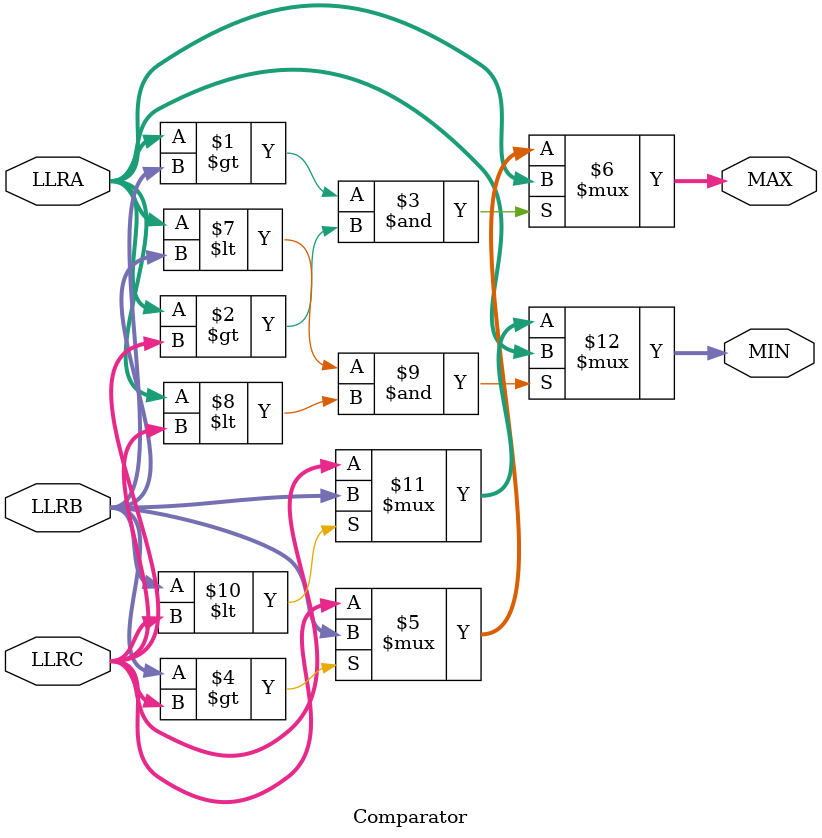
<source format=v>
module Maximize #(parameter LLR_BIT = 6) (LLRA, LLRB, LLRC, MAX);
	input wire signed [LLR_BIT - 1:0] LLRA;
	input wire signed [LLR_BIT - 1:0] LLRB;
	input wire signed [LLR_BIT - 1:0] LLRC;
	output wire signed [LLR_BIT - 1:0] MAX;
	assign MAX = ((LLRA > LLRB) & (LLRA > LLRC)) ? LLRA:((LLRB > LLRC) ? LLRB:LLRC);
endmodule

module Minimum #(parameter LLR_BIT = 6) (LLRA, LLRB, LLRC, MIN);
	input wire signed [LLR_BIT - 1:0] LLRA;
	input wire signed [LLR_BIT - 1:0] LLRB;
	input wire signed [LLR_BIT - 1:0] LLRC;
	output wire signed [LLR_BIT - 1:0] MIN;
	assign MIN = ((LLRA < LLRB) & (LLRA < LLRC)) ? LLRA:((LLRB < LLRC) ? LLRB:LLRC);
endmodule

module Comparator #(parameter LLR_BIT = 6) (LLRA, LLRB, LLRC, MAX, MIN);
	input wire signed [LLR_BIT - 1:0] LLRA;
	input wire signed [LLR_BIT - 1:0] LLRB;
	input wire signed [LLR_BIT - 1:0] LLRC;
	output wire signed [LLR_BIT - 1:0] MAX;
	output wire signed [LLR_BIT - 1:0] MIN;
	assign MAX = ((LLRA > LLRB) & (LLRA > LLRC)) ? LLRA:((LLRB > LLRC) ? LLRB:LLRC);
	assign MIN = ((LLRA < LLRB) & (LLRA < LLRC)) ? LLRA:((LLRB < LLRC) ? LLRB:LLRC);
endmodule
</source>
